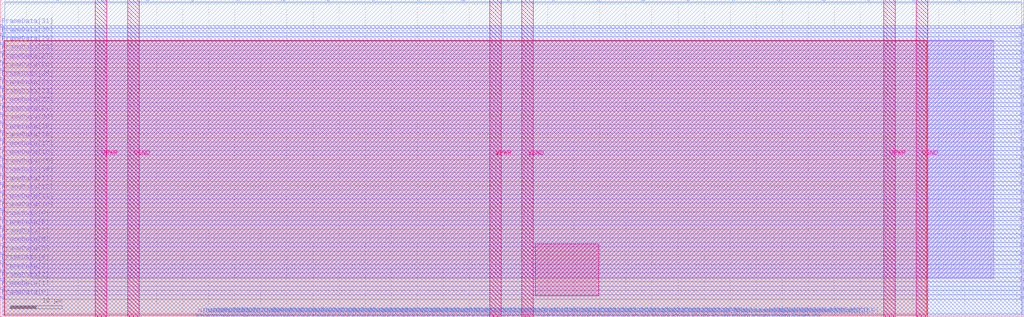
<source format=lef>
VERSION 5.7 ;
  NOWIREEXTENSIONATPIN ON ;
  DIVIDERCHAR "/" ;
  BUSBITCHARS "[]" ;
MACRO N_term_DSP
  CLASS BLOCK ;
  FOREIGN N_term_DSP ;
  ORIGIN 0.000 0.000 ;
  SIZE 196.320 BY 60.900 ;
  PIN FrameData[0]
    DIRECTION INPUT ;
    USE SIGNAL ;
    ANTENNAGATEAREA 0.180700 ;
    PORT
      LAYER Metal2 ;
        RECT 0.000 3.580 0.450 3.980 ;
    END
  END FrameData[0]
  PIN FrameData[10]
    DIRECTION INPUT ;
    USE SIGNAL ;
    ANTENNAGATEAREA 0.180700 ;
    PORT
      LAYER Metal2 ;
        RECT 0.000 20.380 0.450 20.780 ;
    END
  END FrameData[10]
  PIN FrameData[11]
    DIRECTION INPUT ;
    USE SIGNAL ;
    ANTENNAGATEAREA 0.180700 ;
    PORT
      LAYER Metal2 ;
        RECT 0.000 22.060 0.450 22.460 ;
    END
  END FrameData[11]
  PIN FrameData[12]
    DIRECTION INPUT ;
    USE SIGNAL ;
    ANTENNAGATEAREA 0.180700 ;
    PORT
      LAYER Metal2 ;
        RECT 0.000 23.740 0.450 24.140 ;
    END
  END FrameData[12]
  PIN FrameData[13]
    DIRECTION INPUT ;
    USE SIGNAL ;
    ANTENNAGATEAREA 0.180700 ;
    PORT
      LAYER Metal2 ;
        RECT 0.000 25.420 0.450 25.820 ;
    END
  END FrameData[13]
  PIN FrameData[14]
    DIRECTION INPUT ;
    USE SIGNAL ;
    ANTENNAGATEAREA 0.180700 ;
    PORT
      LAYER Metal2 ;
        RECT 0.000 27.100 0.450 27.500 ;
    END
  END FrameData[14]
  PIN FrameData[15]
    DIRECTION INPUT ;
    USE SIGNAL ;
    ANTENNAGATEAREA 0.180700 ;
    PORT
      LAYER Metal2 ;
        RECT 0.000 28.780 0.450 29.180 ;
    END
  END FrameData[15]
  PIN FrameData[16]
    DIRECTION INPUT ;
    USE SIGNAL ;
    ANTENNAGATEAREA 0.180700 ;
    PORT
      LAYER Metal2 ;
        RECT 0.000 30.460 0.450 30.860 ;
    END
  END FrameData[16]
  PIN FrameData[17]
    DIRECTION INPUT ;
    USE SIGNAL ;
    ANTENNAGATEAREA 0.180700 ;
    PORT
      LAYER Metal2 ;
        RECT 0.000 32.140 0.450 32.540 ;
    END
  END FrameData[17]
  PIN FrameData[18]
    DIRECTION INPUT ;
    USE SIGNAL ;
    ANTENNAGATEAREA 0.180700 ;
    PORT
      LAYER Metal2 ;
        RECT 0.000 33.820 0.450 34.220 ;
    END
  END FrameData[18]
  PIN FrameData[19]
    DIRECTION INPUT ;
    USE SIGNAL ;
    ANTENNAGATEAREA 0.180700 ;
    PORT
      LAYER Metal2 ;
        RECT 0.000 35.500 0.450 35.900 ;
    END
  END FrameData[19]
  PIN FrameData[1]
    DIRECTION INPUT ;
    USE SIGNAL ;
    ANTENNAGATEAREA 0.180700 ;
    PORT
      LAYER Metal2 ;
        RECT 0.000 5.260 0.450 5.660 ;
    END
  END FrameData[1]
  PIN FrameData[20]
    DIRECTION INPUT ;
    USE SIGNAL ;
    ANTENNAGATEAREA 0.180700 ;
    PORT
      LAYER Metal2 ;
        RECT 0.000 37.180 0.450 37.580 ;
    END
  END FrameData[20]
  PIN FrameData[21]
    DIRECTION INPUT ;
    USE SIGNAL ;
    ANTENNAGATEAREA 0.180700 ;
    PORT
      LAYER Metal2 ;
        RECT 0.000 38.860 0.450 39.260 ;
    END
  END FrameData[21]
  PIN FrameData[22]
    DIRECTION INPUT ;
    USE SIGNAL ;
    ANTENNAGATEAREA 0.180700 ;
    PORT
      LAYER Metal2 ;
        RECT 0.000 40.540 0.450 40.940 ;
    END
  END FrameData[22]
  PIN FrameData[23]
    DIRECTION INPUT ;
    USE SIGNAL ;
    ANTENNAGATEAREA 0.180700 ;
    PORT
      LAYER Metal2 ;
        RECT 0.000 42.220 0.450 42.620 ;
    END
  END FrameData[23]
  PIN FrameData[24]
    DIRECTION INPUT ;
    USE SIGNAL ;
    ANTENNAGATEAREA 0.180700 ;
    PORT
      LAYER Metal2 ;
        RECT 0.000 43.900 0.450 44.300 ;
    END
  END FrameData[24]
  PIN FrameData[25]
    DIRECTION INPUT ;
    USE SIGNAL ;
    ANTENNAGATEAREA 0.180700 ;
    PORT
      LAYER Metal2 ;
        RECT 0.000 45.580 0.450 45.980 ;
    END
  END FrameData[25]
  PIN FrameData[26]
    DIRECTION INPUT ;
    USE SIGNAL ;
    ANTENNAGATEAREA 0.180700 ;
    PORT
      LAYER Metal2 ;
        RECT 0.000 47.260 0.450 47.660 ;
    END
  END FrameData[26]
  PIN FrameData[27]
    DIRECTION INPUT ;
    USE SIGNAL ;
    ANTENNAGATEAREA 0.180700 ;
    PORT
      LAYER Metal2 ;
        RECT 0.000 48.940 0.450 49.340 ;
    END
  END FrameData[27]
  PIN FrameData[28]
    DIRECTION INPUT ;
    USE SIGNAL ;
    ANTENNAGATEAREA 0.180700 ;
    PORT
      LAYER Metal2 ;
        RECT 0.000 50.620 0.450 51.020 ;
    END
  END FrameData[28]
  PIN FrameData[29]
    DIRECTION INPUT ;
    USE SIGNAL ;
    ANTENNAGATEAREA 0.180700 ;
    PORT
      LAYER Metal2 ;
        RECT 0.000 52.300 0.450 52.700 ;
    END
  END FrameData[29]
  PIN FrameData[2]
    DIRECTION INPUT ;
    USE SIGNAL ;
    ANTENNAGATEAREA 0.180700 ;
    PORT
      LAYER Metal2 ;
        RECT 0.000 6.940 0.450 7.340 ;
    END
  END FrameData[2]
  PIN FrameData[30]
    DIRECTION INPUT ;
    USE SIGNAL ;
    ANTENNAGATEAREA 0.180700 ;
    PORT
      LAYER Metal2 ;
        RECT 0.000 53.980 0.450 54.380 ;
    END
  END FrameData[30]
  PIN FrameData[31]
    DIRECTION INPUT ;
    USE SIGNAL ;
    ANTENNAGATEAREA 0.180700 ;
    PORT
      LAYER Metal2 ;
        RECT 0.000 55.660 0.450 56.060 ;
    END
  END FrameData[31]
  PIN FrameData[3]
    DIRECTION INPUT ;
    USE SIGNAL ;
    ANTENNAGATEAREA 0.180700 ;
    PORT
      LAYER Metal2 ;
        RECT 0.000 8.620 0.450 9.020 ;
    END
  END FrameData[3]
  PIN FrameData[4]
    DIRECTION INPUT ;
    USE SIGNAL ;
    ANTENNAGATEAREA 0.180700 ;
    PORT
      LAYER Metal2 ;
        RECT 0.000 10.300 0.450 10.700 ;
    END
  END FrameData[4]
  PIN FrameData[5]
    DIRECTION INPUT ;
    USE SIGNAL ;
    ANTENNAGATEAREA 0.180700 ;
    PORT
      LAYER Metal2 ;
        RECT 0.000 11.980 0.450 12.380 ;
    END
  END FrameData[5]
  PIN FrameData[6]
    DIRECTION INPUT ;
    USE SIGNAL ;
    ANTENNAGATEAREA 0.180700 ;
    PORT
      LAYER Metal2 ;
        RECT 0.000 13.660 0.450 14.060 ;
    END
  END FrameData[6]
  PIN FrameData[7]
    DIRECTION INPUT ;
    USE SIGNAL ;
    ANTENNAGATEAREA 0.180700 ;
    PORT
      LAYER Metal2 ;
        RECT 0.000 15.340 0.450 15.740 ;
    END
  END FrameData[7]
  PIN FrameData[8]
    DIRECTION INPUT ;
    USE SIGNAL ;
    ANTENNAGATEAREA 0.180700 ;
    PORT
      LAYER Metal2 ;
        RECT 0.000 17.020 0.450 17.420 ;
    END
  END FrameData[8]
  PIN FrameData[9]
    DIRECTION INPUT ;
    USE SIGNAL ;
    ANTENNAGATEAREA 0.180700 ;
    PORT
      LAYER Metal2 ;
        RECT 0.000 18.700 0.450 19.100 ;
    END
  END FrameData[9]
  PIN FrameData_O[0]
    DIRECTION OUTPUT ;
    USE SIGNAL ;
    ANTENNADIFFAREA 0.654800 ;
    PORT
      LAYER Metal2 ;
        RECT 195.870 3.580 196.320 3.980 ;
    END
  END FrameData_O[0]
  PIN FrameData_O[10]
    DIRECTION OUTPUT ;
    USE SIGNAL ;
    ANTENNADIFFAREA 0.654800 ;
    PORT
      LAYER Metal2 ;
        RECT 195.870 20.380 196.320 20.780 ;
    END
  END FrameData_O[10]
  PIN FrameData_O[11]
    DIRECTION OUTPUT ;
    USE SIGNAL ;
    ANTENNADIFFAREA 0.654800 ;
    PORT
      LAYER Metal2 ;
        RECT 195.870 22.060 196.320 22.460 ;
    END
  END FrameData_O[11]
  PIN FrameData_O[12]
    DIRECTION OUTPUT ;
    USE SIGNAL ;
    ANTENNADIFFAREA 0.654800 ;
    PORT
      LAYER Metal2 ;
        RECT 195.870 23.740 196.320 24.140 ;
    END
  END FrameData_O[12]
  PIN FrameData_O[13]
    DIRECTION OUTPUT ;
    USE SIGNAL ;
    ANTENNADIFFAREA 0.654800 ;
    PORT
      LAYER Metal2 ;
        RECT 195.870 25.420 196.320 25.820 ;
    END
  END FrameData_O[13]
  PIN FrameData_O[14]
    DIRECTION OUTPUT ;
    USE SIGNAL ;
    ANTENNADIFFAREA 0.654800 ;
    PORT
      LAYER Metal2 ;
        RECT 195.870 27.100 196.320 27.500 ;
    END
  END FrameData_O[14]
  PIN FrameData_O[15]
    DIRECTION OUTPUT ;
    USE SIGNAL ;
    ANTENNADIFFAREA 0.654800 ;
    PORT
      LAYER Metal2 ;
        RECT 195.870 28.780 196.320 29.180 ;
    END
  END FrameData_O[15]
  PIN FrameData_O[16]
    DIRECTION OUTPUT ;
    USE SIGNAL ;
    ANTENNADIFFAREA 0.654800 ;
    PORT
      LAYER Metal2 ;
        RECT 195.870 30.460 196.320 30.860 ;
    END
  END FrameData_O[16]
  PIN FrameData_O[17]
    DIRECTION OUTPUT ;
    USE SIGNAL ;
    ANTENNADIFFAREA 0.654800 ;
    PORT
      LAYER Metal2 ;
        RECT 195.870 32.140 196.320 32.540 ;
    END
  END FrameData_O[17]
  PIN FrameData_O[18]
    DIRECTION OUTPUT ;
    USE SIGNAL ;
    ANTENNADIFFAREA 0.654800 ;
    PORT
      LAYER Metal2 ;
        RECT 195.870 33.820 196.320 34.220 ;
    END
  END FrameData_O[18]
  PIN FrameData_O[19]
    DIRECTION OUTPUT ;
    USE SIGNAL ;
    ANTENNADIFFAREA 0.654800 ;
    PORT
      LAYER Metal2 ;
        RECT 195.870 35.500 196.320 35.900 ;
    END
  END FrameData_O[19]
  PIN FrameData_O[1]
    DIRECTION OUTPUT ;
    USE SIGNAL ;
    ANTENNADIFFAREA 0.654800 ;
    PORT
      LAYER Metal2 ;
        RECT 195.870 5.260 196.320 5.660 ;
    END
  END FrameData_O[1]
  PIN FrameData_O[20]
    DIRECTION OUTPUT ;
    USE SIGNAL ;
    ANTENNADIFFAREA 0.654800 ;
    PORT
      LAYER Metal2 ;
        RECT 195.870 37.180 196.320 37.580 ;
    END
  END FrameData_O[20]
  PIN FrameData_O[21]
    DIRECTION OUTPUT ;
    USE SIGNAL ;
    ANTENNADIFFAREA 0.654800 ;
    PORT
      LAYER Metal2 ;
        RECT 195.870 38.860 196.320 39.260 ;
    END
  END FrameData_O[21]
  PIN FrameData_O[22]
    DIRECTION OUTPUT ;
    USE SIGNAL ;
    ANTENNADIFFAREA 0.654800 ;
    PORT
      LAYER Metal2 ;
        RECT 195.870 40.540 196.320 40.940 ;
    END
  END FrameData_O[22]
  PIN FrameData_O[23]
    DIRECTION OUTPUT ;
    USE SIGNAL ;
    ANTENNADIFFAREA 0.654800 ;
    PORT
      LAYER Metal2 ;
        RECT 195.870 42.220 196.320 42.620 ;
    END
  END FrameData_O[23]
  PIN FrameData_O[24]
    DIRECTION OUTPUT ;
    USE SIGNAL ;
    ANTENNADIFFAREA 0.654800 ;
    PORT
      LAYER Metal2 ;
        RECT 195.870 43.900 196.320 44.300 ;
    END
  END FrameData_O[24]
  PIN FrameData_O[25]
    DIRECTION OUTPUT ;
    USE SIGNAL ;
    ANTENNADIFFAREA 0.654800 ;
    PORT
      LAYER Metal2 ;
        RECT 195.870 45.580 196.320 45.980 ;
    END
  END FrameData_O[25]
  PIN FrameData_O[26]
    DIRECTION OUTPUT ;
    USE SIGNAL ;
    ANTENNADIFFAREA 0.654800 ;
    PORT
      LAYER Metal2 ;
        RECT 195.870 47.260 196.320 47.660 ;
    END
  END FrameData_O[26]
  PIN FrameData_O[27]
    DIRECTION OUTPUT ;
    USE SIGNAL ;
    ANTENNADIFFAREA 0.654800 ;
    PORT
      LAYER Metal2 ;
        RECT 195.870 48.940 196.320 49.340 ;
    END
  END FrameData_O[27]
  PIN FrameData_O[28]
    DIRECTION OUTPUT ;
    USE SIGNAL ;
    ANTENNADIFFAREA 0.654800 ;
    PORT
      LAYER Metal2 ;
        RECT 195.870 50.620 196.320 51.020 ;
    END
  END FrameData_O[28]
  PIN FrameData_O[29]
    DIRECTION OUTPUT ;
    USE SIGNAL ;
    ANTENNADIFFAREA 0.654800 ;
    PORT
      LAYER Metal2 ;
        RECT 195.870 52.300 196.320 52.700 ;
    END
  END FrameData_O[29]
  PIN FrameData_O[2]
    DIRECTION OUTPUT ;
    USE SIGNAL ;
    ANTENNADIFFAREA 0.654800 ;
    PORT
      LAYER Metal2 ;
        RECT 195.870 6.940 196.320 7.340 ;
    END
  END FrameData_O[2]
  PIN FrameData_O[30]
    DIRECTION OUTPUT ;
    USE SIGNAL ;
    ANTENNADIFFAREA 0.654800 ;
    PORT
      LAYER Metal2 ;
        RECT 195.870 53.980 196.320 54.380 ;
    END
  END FrameData_O[30]
  PIN FrameData_O[31]
    DIRECTION OUTPUT ;
    USE SIGNAL ;
    ANTENNADIFFAREA 0.654800 ;
    PORT
      LAYER Metal2 ;
        RECT 195.870 55.660 196.320 56.060 ;
    END
  END FrameData_O[31]
  PIN FrameData_O[3]
    DIRECTION OUTPUT ;
    USE SIGNAL ;
    ANTENNADIFFAREA 0.654800 ;
    PORT
      LAYER Metal2 ;
        RECT 195.870 8.620 196.320 9.020 ;
    END
  END FrameData_O[3]
  PIN FrameData_O[4]
    DIRECTION OUTPUT ;
    USE SIGNAL ;
    ANTENNADIFFAREA 0.654800 ;
    PORT
      LAYER Metal2 ;
        RECT 195.870 10.300 196.320 10.700 ;
    END
  END FrameData_O[4]
  PIN FrameData_O[5]
    DIRECTION OUTPUT ;
    USE SIGNAL ;
    ANTENNADIFFAREA 0.654800 ;
    PORT
      LAYER Metal2 ;
        RECT 195.870 11.980 196.320 12.380 ;
    END
  END FrameData_O[5]
  PIN FrameData_O[6]
    DIRECTION OUTPUT ;
    USE SIGNAL ;
    ANTENNADIFFAREA 0.654800 ;
    PORT
      LAYER Metal2 ;
        RECT 195.870 13.660 196.320 14.060 ;
    END
  END FrameData_O[6]
  PIN FrameData_O[7]
    DIRECTION OUTPUT ;
    USE SIGNAL ;
    ANTENNADIFFAREA 0.654800 ;
    PORT
      LAYER Metal2 ;
        RECT 195.870 15.340 196.320 15.740 ;
    END
  END FrameData_O[7]
  PIN FrameData_O[8]
    DIRECTION OUTPUT ;
    USE SIGNAL ;
    ANTENNADIFFAREA 0.654800 ;
    PORT
      LAYER Metal2 ;
        RECT 195.870 17.020 196.320 17.420 ;
    END
  END FrameData_O[8]
  PIN FrameData_O[9]
    DIRECTION OUTPUT ;
    USE SIGNAL ;
    ANTENNADIFFAREA 0.654800 ;
    PORT
      LAYER Metal2 ;
        RECT 195.870 18.700 196.320 19.100 ;
    END
  END FrameData_O[9]
  PIN FrameStrobe[0]
    DIRECTION INPUT ;
    USE SIGNAL ;
    ANTENNAGATEAREA 0.180700 ;
    PORT
      LAYER Metal3 ;
        RECT 138.520 0.000 138.920 0.400 ;
    END
  END FrameStrobe[0]
  PIN FrameStrobe[10]
    DIRECTION INPUT ;
    USE SIGNAL ;
    ANTENNAGATEAREA 0.180700 ;
    PORT
      LAYER Metal3 ;
        RECT 148.120 0.000 148.520 0.400 ;
    END
  END FrameStrobe[10]
  PIN FrameStrobe[11]
    DIRECTION INPUT ;
    USE SIGNAL ;
    ANTENNAGATEAREA 0.180700 ;
    PORT
      LAYER Metal3 ;
        RECT 149.080 0.000 149.480 0.400 ;
    END
  END FrameStrobe[11]
  PIN FrameStrobe[12]
    DIRECTION INPUT ;
    USE SIGNAL ;
    ANTENNAGATEAREA 0.180700 ;
    PORT
      LAYER Metal3 ;
        RECT 150.040 0.000 150.440 0.400 ;
    END
  END FrameStrobe[12]
  PIN FrameStrobe[13]
    DIRECTION INPUT ;
    USE SIGNAL ;
    ANTENNAGATEAREA 0.180700 ;
    PORT
      LAYER Metal3 ;
        RECT 151.000 0.000 151.400 0.400 ;
    END
  END FrameStrobe[13]
  PIN FrameStrobe[14]
    DIRECTION INPUT ;
    USE SIGNAL ;
    ANTENNAGATEAREA 0.180700 ;
    PORT
      LAYER Metal3 ;
        RECT 151.960 0.000 152.360 0.400 ;
    END
  END FrameStrobe[14]
  PIN FrameStrobe[15]
    DIRECTION INPUT ;
    USE SIGNAL ;
    ANTENNAGATEAREA 0.180700 ;
    PORT
      LAYER Metal3 ;
        RECT 152.920 0.000 153.320 0.400 ;
    END
  END FrameStrobe[15]
  PIN FrameStrobe[16]
    DIRECTION INPUT ;
    USE SIGNAL ;
    ANTENNAGATEAREA 0.180700 ;
    PORT
      LAYER Metal3 ;
        RECT 153.880 0.000 154.280 0.400 ;
    END
  END FrameStrobe[16]
  PIN FrameStrobe[17]
    DIRECTION INPUT ;
    USE SIGNAL ;
    ANTENNAGATEAREA 0.180700 ;
    PORT
      LAYER Metal3 ;
        RECT 154.840 0.000 155.240 0.400 ;
    END
  END FrameStrobe[17]
  PIN FrameStrobe[18]
    DIRECTION INPUT ;
    USE SIGNAL ;
    ANTENNAGATEAREA 0.180700 ;
    PORT
      LAYER Metal3 ;
        RECT 155.800 0.000 156.200 0.400 ;
    END
  END FrameStrobe[18]
  PIN FrameStrobe[19]
    DIRECTION INPUT ;
    USE SIGNAL ;
    ANTENNAGATEAREA 0.180700 ;
    PORT
      LAYER Metal3 ;
        RECT 156.760 0.000 157.160 0.400 ;
    END
  END FrameStrobe[19]
  PIN FrameStrobe[1]
    DIRECTION INPUT ;
    USE SIGNAL ;
    ANTENNAGATEAREA 0.180700 ;
    PORT
      LAYER Metal3 ;
        RECT 139.480 0.000 139.880 0.400 ;
    END
  END FrameStrobe[1]
  PIN FrameStrobe[2]
    DIRECTION INPUT ;
    USE SIGNAL ;
    ANTENNAGATEAREA 0.180700 ;
    PORT
      LAYER Metal3 ;
        RECT 140.440 0.000 140.840 0.400 ;
    END
  END FrameStrobe[2]
  PIN FrameStrobe[3]
    DIRECTION INPUT ;
    USE SIGNAL ;
    ANTENNAGATEAREA 0.180700 ;
    PORT
      LAYER Metal3 ;
        RECT 141.400 0.000 141.800 0.400 ;
    END
  END FrameStrobe[3]
  PIN FrameStrobe[4]
    DIRECTION INPUT ;
    USE SIGNAL ;
    ANTENNAGATEAREA 0.180700 ;
    PORT
      LAYER Metal3 ;
        RECT 142.360 0.000 142.760 0.400 ;
    END
  END FrameStrobe[4]
  PIN FrameStrobe[5]
    DIRECTION INPUT ;
    USE SIGNAL ;
    ANTENNAGATEAREA 0.180700 ;
    PORT
      LAYER Metal3 ;
        RECT 143.320 0.000 143.720 0.400 ;
    END
  END FrameStrobe[5]
  PIN FrameStrobe[6]
    DIRECTION INPUT ;
    USE SIGNAL ;
    ANTENNAGATEAREA 0.180700 ;
    PORT
      LAYER Metal3 ;
        RECT 144.280 0.000 144.680 0.400 ;
    END
  END FrameStrobe[6]
  PIN FrameStrobe[7]
    DIRECTION INPUT ;
    USE SIGNAL ;
    ANTENNAGATEAREA 0.180700 ;
    PORT
      LAYER Metal3 ;
        RECT 145.240 0.000 145.640 0.400 ;
    END
  END FrameStrobe[7]
  PIN FrameStrobe[8]
    DIRECTION INPUT ;
    USE SIGNAL ;
    ANTENNAGATEAREA 0.180700 ;
    PORT
      LAYER Metal3 ;
        RECT 146.200 0.000 146.600 0.400 ;
    END
  END FrameStrobe[8]
  PIN FrameStrobe[9]
    DIRECTION INPUT ;
    USE SIGNAL ;
    ANTENNAGATEAREA 0.180700 ;
    PORT
      LAYER Metal3 ;
        RECT 147.160 0.000 147.560 0.400 ;
    END
  END FrameStrobe[9]
  PIN FrameStrobe_O[0]
    DIRECTION OUTPUT ;
    USE SIGNAL ;
    ANTENNADIFFAREA 0.654800 ;
    PORT
      LAYER Metal3 ;
        RECT 19.480 60.500 19.880 60.900 ;
    END
  END FrameStrobe_O[0]
  PIN FrameStrobe_O[10]
    DIRECTION OUTPUT ;
    USE SIGNAL ;
    ANTENNADIFFAREA 0.654800 ;
    PORT
      LAYER Metal3 ;
        RECT 105.880 60.500 106.280 60.900 ;
    END
  END FrameStrobe_O[10]
  PIN FrameStrobe_O[11]
    DIRECTION OUTPUT ;
    USE SIGNAL ;
    ANTENNADIFFAREA 0.654800 ;
    PORT
      LAYER Metal3 ;
        RECT 114.520 60.500 114.920 60.900 ;
    END
  END FrameStrobe_O[11]
  PIN FrameStrobe_O[12]
    DIRECTION OUTPUT ;
    USE SIGNAL ;
    ANTENNADIFFAREA 0.654800 ;
    PORT
      LAYER Metal3 ;
        RECT 123.160 60.500 123.560 60.900 ;
    END
  END FrameStrobe_O[12]
  PIN FrameStrobe_O[13]
    DIRECTION OUTPUT ;
    USE SIGNAL ;
    ANTENNADIFFAREA 0.654800 ;
    PORT
      LAYER Metal3 ;
        RECT 131.800 60.500 132.200 60.900 ;
    END
  END FrameStrobe_O[13]
  PIN FrameStrobe_O[14]
    DIRECTION OUTPUT ;
    USE SIGNAL ;
    ANTENNADIFFAREA 0.654800 ;
    PORT
      LAYER Metal3 ;
        RECT 140.440 60.500 140.840 60.900 ;
    END
  END FrameStrobe_O[14]
  PIN FrameStrobe_O[15]
    DIRECTION OUTPUT ;
    USE SIGNAL ;
    ANTENNADIFFAREA 0.654800 ;
    PORT
      LAYER Metal3 ;
        RECT 149.080 60.500 149.480 60.900 ;
    END
  END FrameStrobe_O[15]
  PIN FrameStrobe_O[16]
    DIRECTION OUTPUT ;
    USE SIGNAL ;
    ANTENNADIFFAREA 0.654800 ;
    PORT
      LAYER Metal3 ;
        RECT 157.720 60.500 158.120 60.900 ;
    END
  END FrameStrobe_O[16]
  PIN FrameStrobe_O[17]
    DIRECTION OUTPUT ;
    USE SIGNAL ;
    ANTENNADIFFAREA 0.654800 ;
    PORT
      LAYER Metal3 ;
        RECT 166.360 60.500 166.760 60.900 ;
    END
  END FrameStrobe_O[17]
  PIN FrameStrobe_O[18]
    DIRECTION OUTPUT ;
    USE SIGNAL ;
    ANTENNADIFFAREA 0.654800 ;
    PORT
      LAYER Metal3 ;
        RECT 175.000 60.500 175.400 60.900 ;
    END
  END FrameStrobe_O[18]
  PIN FrameStrobe_O[19]
    DIRECTION OUTPUT ;
    USE SIGNAL ;
    ANTENNADIFFAREA 0.654800 ;
    PORT
      LAYER Metal3 ;
        RECT 183.640 60.500 184.040 60.900 ;
    END
  END FrameStrobe_O[19]
  PIN FrameStrobe_O[1]
    DIRECTION OUTPUT ;
    USE SIGNAL ;
    ANTENNADIFFAREA 0.654800 ;
    PORT
      LAYER Metal3 ;
        RECT 28.120 60.500 28.520 60.900 ;
    END
  END FrameStrobe_O[1]
  PIN FrameStrobe_O[2]
    DIRECTION OUTPUT ;
    USE SIGNAL ;
    ANTENNADIFFAREA 0.654800 ;
    PORT
      LAYER Metal3 ;
        RECT 36.760 60.500 37.160 60.900 ;
    END
  END FrameStrobe_O[2]
  PIN FrameStrobe_O[3]
    DIRECTION OUTPUT ;
    USE SIGNAL ;
    ANTENNADIFFAREA 0.654800 ;
    PORT
      LAYER Metal3 ;
        RECT 45.400 60.500 45.800 60.900 ;
    END
  END FrameStrobe_O[3]
  PIN FrameStrobe_O[4]
    DIRECTION OUTPUT ;
    USE SIGNAL ;
    ANTENNADIFFAREA 0.654800 ;
    PORT
      LAYER Metal3 ;
        RECT 54.040 60.500 54.440 60.900 ;
    END
  END FrameStrobe_O[4]
  PIN FrameStrobe_O[5]
    DIRECTION OUTPUT ;
    USE SIGNAL ;
    ANTENNADIFFAREA 0.654800 ;
    PORT
      LAYER Metal3 ;
        RECT 62.680 60.500 63.080 60.900 ;
    END
  END FrameStrobe_O[5]
  PIN FrameStrobe_O[6]
    DIRECTION OUTPUT ;
    USE SIGNAL ;
    ANTENNADIFFAREA 0.654800 ;
    PORT
      LAYER Metal3 ;
        RECT 71.320 60.500 71.720 60.900 ;
    END
  END FrameStrobe_O[6]
  PIN FrameStrobe_O[7]
    DIRECTION OUTPUT ;
    USE SIGNAL ;
    ANTENNADIFFAREA 0.654800 ;
    PORT
      LAYER Metal3 ;
        RECT 79.960 60.500 80.360 60.900 ;
    END
  END FrameStrobe_O[7]
  PIN FrameStrobe_O[8]
    DIRECTION OUTPUT ;
    USE SIGNAL ;
    ANTENNADIFFAREA 0.654800 ;
    PORT
      LAYER Metal3 ;
        RECT 88.600 60.500 89.000 60.900 ;
    END
  END FrameStrobe_O[8]
  PIN FrameStrobe_O[9]
    DIRECTION OUTPUT ;
    USE SIGNAL ;
    ANTENNADIFFAREA 0.654800 ;
    PORT
      LAYER Metal3 ;
        RECT 97.240 60.500 97.640 60.900 ;
    END
  END FrameStrobe_O[9]
  PIN N1END[0]
    DIRECTION INPUT ;
    USE SIGNAL ;
    ANTENNAGATEAREA 0.180700 ;
    PORT
      LAYER Metal3 ;
        RECT 37.720 0.000 38.120 0.400 ;
    END
  END N1END[0]
  PIN N1END[1]
    DIRECTION INPUT ;
    USE SIGNAL ;
    ANTENNAGATEAREA 0.180700 ;
    PORT
      LAYER Metal3 ;
        RECT 38.680 0.000 39.080 0.400 ;
    END
  END N1END[1]
  PIN N1END[2]
    DIRECTION INPUT ;
    USE SIGNAL ;
    ANTENNAGATEAREA 0.180700 ;
    PORT
      LAYER Metal3 ;
        RECT 39.640 0.000 40.040 0.400 ;
    END
  END N1END[2]
  PIN N1END[3]
    DIRECTION INPUT ;
    USE SIGNAL ;
    ANTENNAGATEAREA 0.180700 ;
    PORT
      LAYER Metal3 ;
        RECT 40.600 0.000 41.000 0.400 ;
    END
  END N1END[3]
  PIN N2END[0]
    DIRECTION INPUT ;
    USE SIGNAL ;
    ANTENNAGATEAREA 0.180700 ;
    PORT
      LAYER Metal3 ;
        RECT 49.240 0.000 49.640 0.400 ;
    END
  END N2END[0]
  PIN N2END[1]
    DIRECTION INPUT ;
    USE SIGNAL ;
    ANTENNAGATEAREA 0.180700 ;
    PORT
      LAYER Metal3 ;
        RECT 50.200 0.000 50.600 0.400 ;
    END
  END N2END[1]
  PIN N2END[2]
    DIRECTION INPUT ;
    USE SIGNAL ;
    ANTENNAGATEAREA 0.180700 ;
    PORT
      LAYER Metal3 ;
        RECT 51.160 0.000 51.560 0.400 ;
    END
  END N2END[2]
  PIN N2END[3]
    DIRECTION INPUT ;
    USE SIGNAL ;
    ANTENNAGATEAREA 0.180700 ;
    PORT
      LAYER Metal3 ;
        RECT 52.120 0.000 52.520 0.400 ;
    END
  END N2END[3]
  PIN N2END[4]
    DIRECTION INPUT ;
    USE SIGNAL ;
    ANTENNAGATEAREA 0.180700 ;
    PORT
      LAYER Metal3 ;
        RECT 53.080 0.000 53.480 0.400 ;
    END
  END N2END[4]
  PIN N2END[5]
    DIRECTION INPUT ;
    USE SIGNAL ;
    ANTENNAGATEAREA 0.180700 ;
    PORT
      LAYER Metal3 ;
        RECT 54.040 0.000 54.440 0.400 ;
    END
  END N2END[5]
  PIN N2END[6]
    DIRECTION INPUT ;
    USE SIGNAL ;
    ANTENNAGATEAREA 0.180700 ;
    PORT
      LAYER Metal3 ;
        RECT 55.000 0.000 55.400 0.400 ;
    END
  END N2END[6]
  PIN N2END[7]
    DIRECTION INPUT ;
    USE SIGNAL ;
    ANTENNAGATEAREA 0.180700 ;
    PORT
      LAYER Metal3 ;
        RECT 55.960 0.000 56.360 0.400 ;
    END
  END N2END[7]
  PIN N2MID[0]
    DIRECTION INPUT ;
    USE SIGNAL ;
    ANTENNAGATEAREA 0.180700 ;
    PORT
      LAYER Metal3 ;
        RECT 41.560 0.000 41.960 0.400 ;
    END
  END N2MID[0]
  PIN N2MID[1]
    DIRECTION INPUT ;
    USE SIGNAL ;
    ANTENNAGATEAREA 0.180700 ;
    PORT
      LAYER Metal3 ;
        RECT 42.520 0.000 42.920 0.400 ;
    END
  END N2MID[1]
  PIN N2MID[2]
    DIRECTION INPUT ;
    USE SIGNAL ;
    ANTENNAGATEAREA 0.180700 ;
    PORT
      LAYER Metal3 ;
        RECT 43.480 0.000 43.880 0.400 ;
    END
  END N2MID[2]
  PIN N2MID[3]
    DIRECTION INPUT ;
    USE SIGNAL ;
    ANTENNAGATEAREA 0.180700 ;
    PORT
      LAYER Metal3 ;
        RECT 44.440 0.000 44.840 0.400 ;
    END
  END N2MID[3]
  PIN N2MID[4]
    DIRECTION INPUT ;
    USE SIGNAL ;
    ANTENNAGATEAREA 0.180700 ;
    PORT
      LAYER Metal3 ;
        RECT 45.400 0.000 45.800 0.400 ;
    END
  END N2MID[4]
  PIN N2MID[5]
    DIRECTION INPUT ;
    USE SIGNAL ;
    ANTENNAGATEAREA 0.180700 ;
    PORT
      LAYER Metal3 ;
        RECT 46.360 0.000 46.760 0.400 ;
    END
  END N2MID[5]
  PIN N2MID[6]
    DIRECTION INPUT ;
    USE SIGNAL ;
    ANTENNAGATEAREA 0.180700 ;
    PORT
      LAYER Metal3 ;
        RECT 47.320 0.000 47.720 0.400 ;
    END
  END N2MID[6]
  PIN N2MID[7]
    DIRECTION INPUT ;
    USE SIGNAL ;
    ANTENNAGATEAREA 0.180700 ;
    PORT
      LAYER Metal3 ;
        RECT 48.280 0.000 48.680 0.400 ;
    END
  END N2MID[7]
  PIN N4END[0]
    DIRECTION INPUT ;
    USE SIGNAL ;
    ANTENNAGATEAREA 0.180700 ;
    PORT
      LAYER Metal3 ;
        RECT 56.920 0.000 57.320 0.400 ;
    END
  END N4END[0]
  PIN N4END[10]
    DIRECTION INPUT ;
    USE SIGNAL ;
    ANTENNAGATEAREA 0.180700 ;
    PORT
      LAYER Metal3 ;
        RECT 66.520 0.000 66.920 0.400 ;
    END
  END N4END[10]
  PIN N4END[11]
    DIRECTION INPUT ;
    USE SIGNAL ;
    ANTENNAGATEAREA 0.180700 ;
    PORT
      LAYER Metal3 ;
        RECT 67.480 0.000 67.880 0.400 ;
    END
  END N4END[11]
  PIN N4END[12]
    DIRECTION INPUT ;
    USE SIGNAL ;
    ANTENNAGATEAREA 0.180700 ;
    PORT
      LAYER Metal3 ;
        RECT 68.440 0.000 68.840 0.400 ;
    END
  END N4END[12]
  PIN N4END[13]
    DIRECTION INPUT ;
    USE SIGNAL ;
    ANTENNAGATEAREA 0.180700 ;
    PORT
      LAYER Metal3 ;
        RECT 69.400 0.000 69.800 0.400 ;
    END
  END N4END[13]
  PIN N4END[14]
    DIRECTION INPUT ;
    USE SIGNAL ;
    ANTENNAGATEAREA 0.180700 ;
    PORT
      LAYER Metal3 ;
        RECT 70.360 0.000 70.760 0.400 ;
    END
  END N4END[14]
  PIN N4END[15]
    DIRECTION INPUT ;
    USE SIGNAL ;
    ANTENNAGATEAREA 0.180700 ;
    PORT
      LAYER Metal3 ;
        RECT 71.320 0.000 71.720 0.400 ;
    END
  END N4END[15]
  PIN N4END[1]
    DIRECTION INPUT ;
    USE SIGNAL ;
    ANTENNAGATEAREA 0.180700 ;
    PORT
      LAYER Metal3 ;
        RECT 57.880 0.000 58.280 0.400 ;
    END
  END N4END[1]
  PIN N4END[2]
    DIRECTION INPUT ;
    USE SIGNAL ;
    ANTENNAGATEAREA 0.180700 ;
    PORT
      LAYER Metal3 ;
        RECT 58.840 0.000 59.240 0.400 ;
    END
  END N4END[2]
  PIN N4END[3]
    DIRECTION INPUT ;
    USE SIGNAL ;
    ANTENNAGATEAREA 0.180700 ;
    PORT
      LAYER Metal3 ;
        RECT 59.800 0.000 60.200 0.400 ;
    END
  END N4END[3]
  PIN N4END[4]
    DIRECTION INPUT ;
    USE SIGNAL ;
    ANTENNAGATEAREA 0.180700 ;
    PORT
      LAYER Metal3 ;
        RECT 60.760 0.000 61.160 0.400 ;
    END
  END N4END[4]
  PIN N4END[5]
    DIRECTION INPUT ;
    USE SIGNAL ;
    ANTENNAGATEAREA 0.180700 ;
    PORT
      LAYER Metal3 ;
        RECT 61.720 0.000 62.120 0.400 ;
    END
  END N4END[5]
  PIN N4END[6]
    DIRECTION INPUT ;
    USE SIGNAL ;
    ANTENNAGATEAREA 0.180700 ;
    PORT
      LAYER Metal3 ;
        RECT 62.680 0.000 63.080 0.400 ;
    END
  END N4END[6]
  PIN N4END[7]
    DIRECTION INPUT ;
    USE SIGNAL ;
    ANTENNAGATEAREA 0.180700 ;
    PORT
      LAYER Metal3 ;
        RECT 63.640 0.000 64.040 0.400 ;
    END
  END N4END[7]
  PIN N4END[8]
    DIRECTION INPUT ;
    USE SIGNAL ;
    ANTENNAGATEAREA 0.180700 ;
    PORT
      LAYER Metal3 ;
        RECT 64.600 0.000 65.000 0.400 ;
    END
  END N4END[8]
  PIN N4END[9]
    DIRECTION INPUT ;
    USE SIGNAL ;
    ANTENNAGATEAREA 0.180700 ;
    PORT
      LAYER Metal3 ;
        RECT 65.560 0.000 65.960 0.400 ;
    END
  END N4END[9]
  PIN NN4END[0]
    DIRECTION INPUT ;
    USE SIGNAL ;
    ANTENNAGATEAREA 0.180700 ;
    PORT
      LAYER Metal3 ;
        RECT 72.280 0.000 72.680 0.400 ;
    END
  END NN4END[0]
  PIN NN4END[10]
    DIRECTION INPUT ;
    USE SIGNAL ;
    ANTENNAGATEAREA 0.180700 ;
    PORT
      LAYER Metal3 ;
        RECT 81.880 0.000 82.280 0.400 ;
    END
  END NN4END[10]
  PIN NN4END[11]
    DIRECTION INPUT ;
    USE SIGNAL ;
    ANTENNAGATEAREA 0.180700 ;
    PORT
      LAYER Metal3 ;
        RECT 82.840 0.000 83.240 0.400 ;
    END
  END NN4END[11]
  PIN NN4END[12]
    DIRECTION INPUT ;
    USE SIGNAL ;
    ANTENNAGATEAREA 0.180700 ;
    PORT
      LAYER Metal3 ;
        RECT 83.800 0.000 84.200 0.400 ;
    END
  END NN4END[12]
  PIN NN4END[13]
    DIRECTION INPUT ;
    USE SIGNAL ;
    ANTENNAGATEAREA 0.180700 ;
    PORT
      LAYER Metal3 ;
        RECT 84.760 0.000 85.160 0.400 ;
    END
  END NN4END[13]
  PIN NN4END[14]
    DIRECTION INPUT ;
    USE SIGNAL ;
    ANTENNAGATEAREA 0.180700 ;
    PORT
      LAYER Metal3 ;
        RECT 85.720 0.000 86.120 0.400 ;
    END
  END NN4END[14]
  PIN NN4END[15]
    DIRECTION INPUT ;
    USE SIGNAL ;
    ANTENNAGATEAREA 0.180700 ;
    PORT
      LAYER Metal3 ;
        RECT 86.680 0.000 87.080 0.400 ;
    END
  END NN4END[15]
  PIN NN4END[1]
    DIRECTION INPUT ;
    USE SIGNAL ;
    ANTENNAGATEAREA 0.180700 ;
    PORT
      LAYER Metal3 ;
        RECT 73.240 0.000 73.640 0.400 ;
    END
  END NN4END[1]
  PIN NN4END[2]
    DIRECTION INPUT ;
    USE SIGNAL ;
    ANTENNAGATEAREA 0.180700 ;
    PORT
      LAYER Metal3 ;
        RECT 74.200 0.000 74.600 0.400 ;
    END
  END NN4END[2]
  PIN NN4END[3]
    DIRECTION INPUT ;
    USE SIGNAL ;
    ANTENNAGATEAREA 0.180700 ;
    PORT
      LAYER Metal3 ;
        RECT 75.160 0.000 75.560 0.400 ;
    END
  END NN4END[3]
  PIN NN4END[4]
    DIRECTION INPUT ;
    USE SIGNAL ;
    ANTENNAGATEAREA 0.180700 ;
    PORT
      LAYER Metal3 ;
        RECT 76.120 0.000 76.520 0.400 ;
    END
  END NN4END[4]
  PIN NN4END[5]
    DIRECTION INPUT ;
    USE SIGNAL ;
    ANTENNAGATEAREA 0.180700 ;
    PORT
      LAYER Metal3 ;
        RECT 77.080 0.000 77.480 0.400 ;
    END
  END NN4END[5]
  PIN NN4END[6]
    DIRECTION INPUT ;
    USE SIGNAL ;
    ANTENNAGATEAREA 0.180700 ;
    PORT
      LAYER Metal3 ;
        RECT 78.040 0.000 78.440 0.400 ;
    END
  END NN4END[6]
  PIN NN4END[7]
    DIRECTION INPUT ;
    USE SIGNAL ;
    ANTENNAGATEAREA 0.180700 ;
    PORT
      LAYER Metal3 ;
        RECT 79.000 0.000 79.400 0.400 ;
    END
  END NN4END[7]
  PIN NN4END[8]
    DIRECTION INPUT ;
    USE SIGNAL ;
    ANTENNAGATEAREA 0.180700 ;
    PORT
      LAYER Metal3 ;
        RECT 79.960 0.000 80.360 0.400 ;
    END
  END NN4END[8]
  PIN NN4END[9]
    DIRECTION INPUT ;
    USE SIGNAL ;
    ANTENNAGATEAREA 0.180700 ;
    PORT
      LAYER Metal3 ;
        RECT 80.920 0.000 81.320 0.400 ;
    END
  END NN4END[9]
  PIN S1BEG[0]
    DIRECTION OUTPUT ;
    USE SIGNAL ;
    ANTENNADIFFAREA 0.654800 ;
    PORT
      LAYER Metal3 ;
        RECT 87.640 0.000 88.040 0.400 ;
    END
  END S1BEG[0]
  PIN S1BEG[1]
    DIRECTION OUTPUT ;
    USE SIGNAL ;
    ANTENNADIFFAREA 0.654800 ;
    PORT
      LAYER Metal3 ;
        RECT 88.600 0.000 89.000 0.400 ;
    END
  END S1BEG[1]
  PIN S1BEG[2]
    DIRECTION OUTPUT ;
    USE SIGNAL ;
    ANTENNADIFFAREA 0.654800 ;
    PORT
      LAYER Metal3 ;
        RECT 89.560 0.000 89.960 0.400 ;
    END
  END S1BEG[2]
  PIN S1BEG[3]
    DIRECTION OUTPUT ;
    USE SIGNAL ;
    ANTENNADIFFAREA 0.654800 ;
    PORT
      LAYER Metal3 ;
        RECT 90.520 0.000 90.920 0.400 ;
    END
  END S1BEG[3]
  PIN S2BEG[0]
    DIRECTION OUTPUT ;
    USE SIGNAL ;
    ANTENNADIFFAREA 0.654800 ;
    PORT
      LAYER Metal3 ;
        RECT 91.480 0.000 91.880 0.400 ;
    END
  END S2BEG[0]
  PIN S2BEG[1]
    DIRECTION OUTPUT ;
    USE SIGNAL ;
    ANTENNADIFFAREA 0.654800 ;
    PORT
      LAYER Metal3 ;
        RECT 92.440 0.000 92.840 0.400 ;
    END
  END S2BEG[1]
  PIN S2BEG[2]
    DIRECTION OUTPUT ;
    USE SIGNAL ;
    ANTENNADIFFAREA 0.654800 ;
    PORT
      LAYER Metal3 ;
        RECT 93.400 0.000 93.800 0.400 ;
    END
  END S2BEG[2]
  PIN S2BEG[3]
    DIRECTION OUTPUT ;
    USE SIGNAL ;
    ANTENNADIFFAREA 0.654800 ;
    PORT
      LAYER Metal3 ;
        RECT 94.360 0.000 94.760 0.400 ;
    END
  END S2BEG[3]
  PIN S2BEG[4]
    DIRECTION OUTPUT ;
    USE SIGNAL ;
    ANTENNADIFFAREA 0.654800 ;
    PORT
      LAYER Metal3 ;
        RECT 95.320 0.000 95.720 0.400 ;
    END
  END S2BEG[4]
  PIN S2BEG[5]
    DIRECTION OUTPUT ;
    USE SIGNAL ;
    ANTENNADIFFAREA 0.654800 ;
    PORT
      LAYER Metal3 ;
        RECT 96.280 0.000 96.680 0.400 ;
    END
  END S2BEG[5]
  PIN S2BEG[6]
    DIRECTION OUTPUT ;
    USE SIGNAL ;
    ANTENNADIFFAREA 0.654800 ;
    PORT
      LAYER Metal3 ;
        RECT 97.240 0.000 97.640 0.400 ;
    END
  END S2BEG[6]
  PIN S2BEG[7]
    DIRECTION OUTPUT ;
    USE SIGNAL ;
    ANTENNADIFFAREA 0.654800 ;
    PORT
      LAYER Metal3 ;
        RECT 98.200 0.000 98.600 0.400 ;
    END
  END S2BEG[7]
  PIN S2BEGb[0]
    DIRECTION OUTPUT ;
    USE SIGNAL ;
    ANTENNADIFFAREA 0.654800 ;
    PORT
      LAYER Metal3 ;
        RECT 99.160 0.000 99.560 0.400 ;
    END
  END S2BEGb[0]
  PIN S2BEGb[1]
    DIRECTION OUTPUT ;
    USE SIGNAL ;
    ANTENNADIFFAREA 0.654800 ;
    PORT
      LAYER Metal3 ;
        RECT 100.120 0.000 100.520 0.400 ;
    END
  END S2BEGb[1]
  PIN S2BEGb[2]
    DIRECTION OUTPUT ;
    USE SIGNAL ;
    ANTENNADIFFAREA 0.654800 ;
    PORT
      LAYER Metal3 ;
        RECT 101.080 0.000 101.480 0.400 ;
    END
  END S2BEGb[2]
  PIN S2BEGb[3]
    DIRECTION OUTPUT ;
    USE SIGNAL ;
    ANTENNADIFFAREA 0.654800 ;
    PORT
      LAYER Metal3 ;
        RECT 102.040 0.000 102.440 0.400 ;
    END
  END S2BEGb[3]
  PIN S2BEGb[4]
    DIRECTION OUTPUT ;
    USE SIGNAL ;
    ANTENNADIFFAREA 0.654800 ;
    PORT
      LAYER Metal3 ;
        RECT 103.000 0.000 103.400 0.400 ;
    END
  END S2BEGb[4]
  PIN S2BEGb[5]
    DIRECTION OUTPUT ;
    USE SIGNAL ;
    ANTENNADIFFAREA 0.654800 ;
    PORT
      LAYER Metal3 ;
        RECT 103.960 0.000 104.360 0.400 ;
    END
  END S2BEGb[5]
  PIN S2BEGb[6]
    DIRECTION OUTPUT ;
    USE SIGNAL ;
    ANTENNADIFFAREA 0.654800 ;
    PORT
      LAYER Metal3 ;
        RECT 104.920 0.000 105.320 0.400 ;
    END
  END S2BEGb[6]
  PIN S2BEGb[7]
    DIRECTION OUTPUT ;
    USE SIGNAL ;
    ANTENNADIFFAREA 0.654800 ;
    PORT
      LAYER Metal3 ;
        RECT 105.880 0.000 106.280 0.400 ;
    END
  END S2BEGb[7]
  PIN S4BEG[0]
    DIRECTION OUTPUT ;
    USE SIGNAL ;
    ANTENNADIFFAREA 0.654800 ;
    PORT
      LAYER Metal3 ;
        RECT 106.840 0.000 107.240 0.400 ;
    END
  END S4BEG[0]
  PIN S4BEG[10]
    DIRECTION OUTPUT ;
    USE SIGNAL ;
    ANTENNADIFFAREA 0.654800 ;
    PORT
      LAYER Metal3 ;
        RECT 116.440 0.000 116.840 0.400 ;
    END
  END S4BEG[10]
  PIN S4BEG[11]
    DIRECTION OUTPUT ;
    USE SIGNAL ;
    ANTENNADIFFAREA 0.654800 ;
    PORT
      LAYER Metal3 ;
        RECT 117.400 0.000 117.800 0.400 ;
    END
  END S4BEG[11]
  PIN S4BEG[12]
    DIRECTION OUTPUT ;
    USE SIGNAL ;
    ANTENNADIFFAREA 0.654800 ;
    PORT
      LAYER Metal3 ;
        RECT 118.360 0.000 118.760 0.400 ;
    END
  END S4BEG[12]
  PIN S4BEG[13]
    DIRECTION OUTPUT ;
    USE SIGNAL ;
    ANTENNADIFFAREA 0.654800 ;
    PORT
      LAYER Metal3 ;
        RECT 119.320 0.000 119.720 0.400 ;
    END
  END S4BEG[13]
  PIN S4BEG[14]
    DIRECTION OUTPUT ;
    USE SIGNAL ;
    ANTENNADIFFAREA 0.654800 ;
    PORT
      LAYER Metal3 ;
        RECT 120.280 0.000 120.680 0.400 ;
    END
  END S4BEG[14]
  PIN S4BEG[15]
    DIRECTION OUTPUT ;
    USE SIGNAL ;
    ANTENNADIFFAREA 0.654800 ;
    PORT
      LAYER Metal3 ;
        RECT 121.240 0.000 121.640 0.400 ;
    END
  END S4BEG[15]
  PIN S4BEG[1]
    DIRECTION OUTPUT ;
    USE SIGNAL ;
    ANTENNADIFFAREA 0.654800 ;
    PORT
      LAYER Metal3 ;
        RECT 107.800 0.000 108.200 0.400 ;
    END
  END S4BEG[1]
  PIN S4BEG[2]
    DIRECTION OUTPUT ;
    USE SIGNAL ;
    ANTENNADIFFAREA 0.654800 ;
    PORT
      LAYER Metal3 ;
        RECT 108.760 0.000 109.160 0.400 ;
    END
  END S4BEG[2]
  PIN S4BEG[3]
    DIRECTION OUTPUT ;
    USE SIGNAL ;
    ANTENNADIFFAREA 0.654800 ;
    PORT
      LAYER Metal3 ;
        RECT 109.720 0.000 110.120 0.400 ;
    END
  END S4BEG[3]
  PIN S4BEG[4]
    DIRECTION OUTPUT ;
    USE SIGNAL ;
    ANTENNADIFFAREA 0.654800 ;
    PORT
      LAYER Metal3 ;
        RECT 110.680 0.000 111.080 0.400 ;
    END
  END S4BEG[4]
  PIN S4BEG[5]
    DIRECTION OUTPUT ;
    USE SIGNAL ;
    ANTENNADIFFAREA 0.654800 ;
    PORT
      LAYER Metal3 ;
        RECT 111.640 0.000 112.040 0.400 ;
    END
  END S4BEG[5]
  PIN S4BEG[6]
    DIRECTION OUTPUT ;
    USE SIGNAL ;
    ANTENNADIFFAREA 0.654800 ;
    PORT
      LAYER Metal3 ;
        RECT 112.600 0.000 113.000 0.400 ;
    END
  END S4BEG[6]
  PIN S4BEG[7]
    DIRECTION OUTPUT ;
    USE SIGNAL ;
    ANTENNADIFFAREA 0.654800 ;
    PORT
      LAYER Metal3 ;
        RECT 113.560 0.000 113.960 0.400 ;
    END
  END S4BEG[7]
  PIN S4BEG[8]
    DIRECTION OUTPUT ;
    USE SIGNAL ;
    ANTENNADIFFAREA 0.654800 ;
    PORT
      LAYER Metal3 ;
        RECT 114.520 0.000 114.920 0.400 ;
    END
  END S4BEG[8]
  PIN S4BEG[9]
    DIRECTION OUTPUT ;
    USE SIGNAL ;
    ANTENNADIFFAREA 0.654800 ;
    PORT
      LAYER Metal3 ;
        RECT 115.480 0.000 115.880 0.400 ;
    END
  END S4BEG[9]
  PIN SS4BEG[0]
    DIRECTION OUTPUT ;
    USE SIGNAL ;
    ANTENNADIFFAREA 0.654800 ;
    PORT
      LAYER Metal3 ;
        RECT 122.200 0.000 122.600 0.400 ;
    END
  END SS4BEG[0]
  PIN SS4BEG[10]
    DIRECTION OUTPUT ;
    USE SIGNAL ;
    ANTENNADIFFAREA 0.654800 ;
    PORT
      LAYER Metal3 ;
        RECT 131.800 0.000 132.200 0.400 ;
    END
  END SS4BEG[10]
  PIN SS4BEG[11]
    DIRECTION OUTPUT ;
    USE SIGNAL ;
    ANTENNADIFFAREA 0.654800 ;
    PORT
      LAYER Metal3 ;
        RECT 132.760 0.000 133.160 0.400 ;
    END
  END SS4BEG[11]
  PIN SS4BEG[12]
    DIRECTION OUTPUT ;
    USE SIGNAL ;
    ANTENNADIFFAREA 0.654800 ;
    PORT
      LAYER Metal3 ;
        RECT 133.720 0.000 134.120 0.400 ;
    END
  END SS4BEG[12]
  PIN SS4BEG[13]
    DIRECTION OUTPUT ;
    USE SIGNAL ;
    ANTENNADIFFAREA 0.654800 ;
    PORT
      LAYER Metal3 ;
        RECT 134.680 0.000 135.080 0.400 ;
    END
  END SS4BEG[13]
  PIN SS4BEG[14]
    DIRECTION OUTPUT ;
    USE SIGNAL ;
    ANTENNADIFFAREA 0.654800 ;
    PORT
      LAYER Metal3 ;
        RECT 135.640 0.000 136.040 0.400 ;
    END
  END SS4BEG[14]
  PIN SS4BEG[15]
    DIRECTION OUTPUT ;
    USE SIGNAL ;
    ANTENNADIFFAREA 0.654800 ;
    PORT
      LAYER Metal3 ;
        RECT 136.600 0.000 137.000 0.400 ;
    END
  END SS4BEG[15]
  PIN SS4BEG[1]
    DIRECTION OUTPUT ;
    USE SIGNAL ;
    ANTENNADIFFAREA 0.654800 ;
    PORT
      LAYER Metal3 ;
        RECT 123.160 0.000 123.560 0.400 ;
    END
  END SS4BEG[1]
  PIN SS4BEG[2]
    DIRECTION OUTPUT ;
    USE SIGNAL ;
    ANTENNADIFFAREA 0.654800 ;
    PORT
      LAYER Metal3 ;
        RECT 124.120 0.000 124.520 0.400 ;
    END
  END SS4BEG[2]
  PIN SS4BEG[3]
    DIRECTION OUTPUT ;
    USE SIGNAL ;
    ANTENNADIFFAREA 0.654800 ;
    PORT
      LAYER Metal3 ;
        RECT 125.080 0.000 125.480 0.400 ;
    END
  END SS4BEG[3]
  PIN SS4BEG[4]
    DIRECTION OUTPUT ;
    USE SIGNAL ;
    ANTENNADIFFAREA 0.654800 ;
    PORT
      LAYER Metal3 ;
        RECT 126.040 0.000 126.440 0.400 ;
    END
  END SS4BEG[4]
  PIN SS4BEG[5]
    DIRECTION OUTPUT ;
    USE SIGNAL ;
    ANTENNADIFFAREA 0.654800 ;
    PORT
      LAYER Metal3 ;
        RECT 127.000 0.000 127.400 0.400 ;
    END
  END SS4BEG[5]
  PIN SS4BEG[6]
    DIRECTION OUTPUT ;
    USE SIGNAL ;
    ANTENNADIFFAREA 0.654800 ;
    PORT
      LAYER Metal3 ;
        RECT 127.960 0.000 128.360 0.400 ;
    END
  END SS4BEG[6]
  PIN SS4BEG[7]
    DIRECTION OUTPUT ;
    USE SIGNAL ;
    ANTENNADIFFAREA 0.654800 ;
    PORT
      LAYER Metal3 ;
        RECT 128.920 0.000 129.320 0.400 ;
    END
  END SS4BEG[7]
  PIN SS4BEG[8]
    DIRECTION OUTPUT ;
    USE SIGNAL ;
    ANTENNADIFFAREA 0.654800 ;
    PORT
      LAYER Metal3 ;
        RECT 129.880 0.000 130.280 0.400 ;
    END
  END SS4BEG[8]
  PIN SS4BEG[9]
    DIRECTION OUTPUT ;
    USE SIGNAL ;
    ANTENNADIFFAREA 0.654800 ;
    PORT
      LAYER Metal3 ;
        RECT 130.840 0.000 131.240 0.400 ;
    END
  END SS4BEG[9]
  PIN UserCLK
    DIRECTION INPUT ;
    USE SIGNAL ;
    ANTENNAGATEAREA 0.180700 ;
    PORT
      LAYER Metal3 ;
        RECT 137.560 0.000 137.960 0.400 ;
    END
  END UserCLK
  PIN UserCLKo
    DIRECTION OUTPUT ;
    USE SIGNAL ;
    ANTENNADIFFAREA 0.654800 ;
    PORT
      LAYER Metal3 ;
        RECT 10.840 60.500 11.240 60.900 ;
    END
  END UserCLKo
  PIN VGND
    DIRECTION INOUT ;
    USE GROUND ;
    PORT
      LAYER Metal5 ;
        RECT 24.460 0.000 26.660 60.900 ;
    END
    PORT
      LAYER Metal5 ;
        RECT 100.060 0.000 102.260 60.900 ;
    END
    PORT
      LAYER Metal5 ;
        RECT 175.660 0.000 177.860 60.900 ;
    END
  END VGND
  PIN VPWR
    DIRECTION INOUT ;
    USE POWER ;
    PORT
      LAYER Metal5 ;
        RECT 18.260 0.000 20.460 60.900 ;
    END
    PORT
      LAYER Metal5 ;
        RECT 93.860 0.000 96.060 60.900 ;
    END
    PORT
      LAYER Metal5 ;
        RECT 169.460 0.000 171.660 60.900 ;
    END
  END VPWR
  OBS
      LAYER GatPoly ;
        RECT 5.760 7.410 190.560 53.070 ;
      LAYER Metal1 ;
        RECT 5.760 7.340 190.560 53.140 ;
      LAYER Metal2 ;
        RECT 0.660 55.450 195.660 55.960 ;
        RECT 0.450 54.590 195.985 55.450 ;
        RECT 0.660 53.770 195.660 54.590 ;
        RECT 0.450 52.910 195.985 53.770 ;
        RECT 0.660 52.090 195.660 52.910 ;
        RECT 0.450 51.230 195.985 52.090 ;
        RECT 0.660 50.410 195.660 51.230 ;
        RECT 0.450 49.550 195.985 50.410 ;
        RECT 0.660 48.730 195.660 49.550 ;
        RECT 0.450 47.870 195.985 48.730 ;
        RECT 0.660 47.050 195.660 47.870 ;
        RECT 0.450 46.190 195.985 47.050 ;
        RECT 0.660 45.370 195.660 46.190 ;
        RECT 0.450 44.510 195.985 45.370 ;
        RECT 0.660 43.690 195.660 44.510 ;
        RECT 0.450 42.830 195.985 43.690 ;
        RECT 0.660 42.010 195.660 42.830 ;
        RECT 0.450 41.150 195.985 42.010 ;
        RECT 0.660 40.330 195.660 41.150 ;
        RECT 0.450 39.470 195.985 40.330 ;
        RECT 0.660 38.650 195.660 39.470 ;
        RECT 0.450 37.790 195.985 38.650 ;
        RECT 0.660 36.970 195.660 37.790 ;
        RECT 0.450 36.110 195.985 36.970 ;
        RECT 0.660 35.290 195.660 36.110 ;
        RECT 0.450 34.430 195.985 35.290 ;
        RECT 0.660 33.610 195.660 34.430 ;
        RECT 0.450 32.750 195.985 33.610 ;
        RECT 0.660 31.930 195.660 32.750 ;
        RECT 0.450 31.070 195.985 31.930 ;
        RECT 0.660 30.250 195.660 31.070 ;
        RECT 0.450 29.390 195.985 30.250 ;
        RECT 0.660 28.570 195.660 29.390 ;
        RECT 0.450 27.710 195.985 28.570 ;
        RECT 0.660 26.890 195.660 27.710 ;
        RECT 0.450 26.030 195.985 26.890 ;
        RECT 0.660 25.210 195.660 26.030 ;
        RECT 0.450 24.350 195.985 25.210 ;
        RECT 0.660 23.530 195.660 24.350 ;
        RECT 0.450 22.670 195.985 23.530 ;
        RECT 0.660 21.850 195.660 22.670 ;
        RECT 0.450 20.990 195.985 21.850 ;
        RECT 0.660 20.170 195.660 20.990 ;
        RECT 0.450 19.310 195.985 20.170 ;
        RECT 0.660 18.490 195.660 19.310 ;
        RECT 0.450 17.630 195.985 18.490 ;
        RECT 0.660 16.810 195.660 17.630 ;
        RECT 0.450 15.950 195.985 16.810 ;
        RECT 0.660 15.130 195.660 15.950 ;
        RECT 0.450 14.270 195.985 15.130 ;
        RECT 0.660 13.450 195.660 14.270 ;
        RECT 0.450 12.590 195.985 13.450 ;
        RECT 0.660 11.770 195.660 12.590 ;
        RECT 0.450 10.910 195.985 11.770 ;
        RECT 0.660 10.090 195.660 10.910 ;
        RECT 0.450 9.230 195.985 10.090 ;
        RECT 0.660 8.410 195.660 9.230 ;
        RECT 0.450 7.550 195.985 8.410 ;
        RECT 0.660 6.730 195.660 7.550 ;
        RECT 0.450 5.870 195.985 6.730 ;
        RECT 0.660 5.050 195.660 5.870 ;
        RECT 0.450 4.190 195.985 5.050 ;
        RECT 0.660 3.370 195.660 4.190 ;
        RECT 0.450 0.320 195.985 3.370 ;
      LAYER Metal3 ;
        RECT 0.860 60.290 10.630 60.500 ;
        RECT 11.450 60.290 19.270 60.500 ;
        RECT 20.090 60.290 27.910 60.500 ;
        RECT 28.730 60.290 36.550 60.500 ;
        RECT 37.370 60.290 45.190 60.500 ;
        RECT 46.010 60.290 53.830 60.500 ;
        RECT 54.650 60.290 62.470 60.500 ;
        RECT 63.290 60.290 71.110 60.500 ;
        RECT 71.930 60.290 79.750 60.500 ;
        RECT 80.570 60.290 88.390 60.500 ;
        RECT 89.210 60.290 97.030 60.500 ;
        RECT 97.850 60.290 105.670 60.500 ;
        RECT 106.490 60.290 114.310 60.500 ;
        RECT 115.130 60.290 122.950 60.500 ;
        RECT 123.770 60.290 131.590 60.500 ;
        RECT 132.410 60.290 140.230 60.500 ;
        RECT 141.050 60.290 148.870 60.500 ;
        RECT 149.690 60.290 157.510 60.500 ;
        RECT 158.330 60.290 166.150 60.500 ;
        RECT 166.970 60.290 174.790 60.500 ;
        RECT 175.610 60.290 183.430 60.500 ;
        RECT 184.250 60.290 195.940 60.500 ;
        RECT 0.860 0.610 195.940 60.290 ;
        RECT 0.860 0.275 37.510 0.610 ;
        RECT 38.330 0.275 38.470 0.610 ;
        RECT 39.290 0.275 39.430 0.610 ;
        RECT 40.250 0.275 40.390 0.610 ;
        RECT 41.210 0.275 41.350 0.610 ;
        RECT 42.170 0.275 42.310 0.610 ;
        RECT 43.130 0.275 43.270 0.610 ;
        RECT 44.090 0.275 44.230 0.610 ;
        RECT 45.050 0.275 45.190 0.610 ;
        RECT 46.010 0.275 46.150 0.610 ;
        RECT 46.970 0.275 47.110 0.610 ;
        RECT 47.930 0.275 48.070 0.610 ;
        RECT 48.890 0.275 49.030 0.610 ;
        RECT 49.850 0.275 49.990 0.610 ;
        RECT 50.810 0.275 50.950 0.610 ;
        RECT 51.770 0.275 51.910 0.610 ;
        RECT 52.730 0.275 52.870 0.610 ;
        RECT 53.690 0.275 53.830 0.610 ;
        RECT 54.650 0.275 54.790 0.610 ;
        RECT 55.610 0.275 55.750 0.610 ;
        RECT 56.570 0.275 56.710 0.610 ;
        RECT 57.530 0.275 57.670 0.610 ;
        RECT 58.490 0.275 58.630 0.610 ;
        RECT 59.450 0.275 59.590 0.610 ;
        RECT 60.410 0.275 60.550 0.610 ;
        RECT 61.370 0.275 61.510 0.610 ;
        RECT 62.330 0.275 62.470 0.610 ;
        RECT 63.290 0.275 63.430 0.610 ;
        RECT 64.250 0.275 64.390 0.610 ;
        RECT 65.210 0.275 65.350 0.610 ;
        RECT 66.170 0.275 66.310 0.610 ;
        RECT 67.130 0.275 67.270 0.610 ;
        RECT 68.090 0.275 68.230 0.610 ;
        RECT 69.050 0.275 69.190 0.610 ;
        RECT 70.010 0.275 70.150 0.610 ;
        RECT 70.970 0.275 71.110 0.610 ;
        RECT 71.930 0.275 72.070 0.610 ;
        RECT 72.890 0.275 73.030 0.610 ;
        RECT 73.850 0.275 73.990 0.610 ;
        RECT 74.810 0.275 74.950 0.610 ;
        RECT 75.770 0.275 75.910 0.610 ;
        RECT 76.730 0.275 76.870 0.610 ;
        RECT 77.690 0.275 77.830 0.610 ;
        RECT 78.650 0.275 78.790 0.610 ;
        RECT 79.610 0.275 79.750 0.610 ;
        RECT 80.570 0.275 80.710 0.610 ;
        RECT 81.530 0.275 81.670 0.610 ;
        RECT 82.490 0.275 82.630 0.610 ;
        RECT 83.450 0.275 83.590 0.610 ;
        RECT 84.410 0.275 84.550 0.610 ;
        RECT 85.370 0.275 85.510 0.610 ;
        RECT 86.330 0.275 86.470 0.610 ;
        RECT 87.290 0.275 87.430 0.610 ;
        RECT 88.250 0.275 88.390 0.610 ;
        RECT 89.210 0.275 89.350 0.610 ;
        RECT 90.170 0.275 90.310 0.610 ;
        RECT 91.130 0.275 91.270 0.610 ;
        RECT 92.090 0.275 92.230 0.610 ;
        RECT 93.050 0.275 93.190 0.610 ;
        RECT 94.010 0.275 94.150 0.610 ;
        RECT 94.970 0.275 95.110 0.610 ;
        RECT 95.930 0.275 96.070 0.610 ;
        RECT 96.890 0.275 97.030 0.610 ;
        RECT 97.850 0.275 97.990 0.610 ;
        RECT 98.810 0.275 98.950 0.610 ;
        RECT 99.770 0.275 99.910 0.610 ;
        RECT 100.730 0.275 100.870 0.610 ;
        RECT 101.690 0.275 101.830 0.610 ;
        RECT 102.650 0.275 102.790 0.610 ;
        RECT 103.610 0.275 103.750 0.610 ;
        RECT 104.570 0.275 104.710 0.610 ;
        RECT 105.530 0.275 105.670 0.610 ;
        RECT 106.490 0.275 106.630 0.610 ;
        RECT 107.450 0.275 107.590 0.610 ;
        RECT 108.410 0.275 108.550 0.610 ;
        RECT 109.370 0.275 109.510 0.610 ;
        RECT 110.330 0.275 110.470 0.610 ;
        RECT 111.290 0.275 111.430 0.610 ;
        RECT 112.250 0.275 112.390 0.610 ;
        RECT 113.210 0.275 113.350 0.610 ;
        RECT 114.170 0.275 114.310 0.610 ;
        RECT 115.130 0.275 115.270 0.610 ;
        RECT 116.090 0.275 116.230 0.610 ;
        RECT 117.050 0.275 117.190 0.610 ;
        RECT 118.010 0.275 118.150 0.610 ;
        RECT 118.970 0.275 119.110 0.610 ;
        RECT 119.930 0.275 120.070 0.610 ;
        RECT 120.890 0.275 121.030 0.610 ;
        RECT 121.850 0.275 121.990 0.610 ;
        RECT 122.810 0.275 122.950 0.610 ;
        RECT 123.770 0.275 123.910 0.610 ;
        RECT 124.730 0.275 124.870 0.610 ;
        RECT 125.690 0.275 125.830 0.610 ;
        RECT 126.650 0.275 126.790 0.610 ;
        RECT 127.610 0.275 127.750 0.610 ;
        RECT 128.570 0.275 128.710 0.610 ;
        RECT 129.530 0.275 129.670 0.610 ;
        RECT 130.490 0.275 130.630 0.610 ;
        RECT 131.450 0.275 131.590 0.610 ;
        RECT 132.410 0.275 132.550 0.610 ;
        RECT 133.370 0.275 133.510 0.610 ;
        RECT 134.330 0.275 134.470 0.610 ;
        RECT 135.290 0.275 135.430 0.610 ;
        RECT 136.250 0.275 136.390 0.610 ;
        RECT 137.210 0.275 137.350 0.610 ;
        RECT 138.170 0.275 138.310 0.610 ;
        RECT 139.130 0.275 139.270 0.610 ;
        RECT 140.090 0.275 140.230 0.610 ;
        RECT 141.050 0.275 141.190 0.610 ;
        RECT 142.010 0.275 142.150 0.610 ;
        RECT 142.970 0.275 143.110 0.610 ;
        RECT 143.930 0.275 144.070 0.610 ;
        RECT 144.890 0.275 145.030 0.610 ;
        RECT 145.850 0.275 145.990 0.610 ;
        RECT 146.810 0.275 146.950 0.610 ;
        RECT 147.770 0.275 147.910 0.610 ;
        RECT 148.730 0.275 148.870 0.610 ;
        RECT 149.690 0.275 149.830 0.610 ;
        RECT 150.650 0.275 150.790 0.610 ;
        RECT 151.610 0.275 151.750 0.610 ;
        RECT 152.570 0.275 152.710 0.610 ;
        RECT 153.530 0.275 153.670 0.610 ;
        RECT 154.490 0.275 154.630 0.610 ;
        RECT 155.450 0.275 155.590 0.610 ;
        RECT 156.410 0.275 156.550 0.610 ;
        RECT 157.370 0.275 195.940 0.610 ;
      LAYER Metal4 ;
        RECT 0.815 0.320 177.725 53.020 ;
      LAYER Metal5 ;
        RECT 102.620 4.055 114.820 14.005 ;
  END
END N_term_DSP
END LIBRARY


</source>
